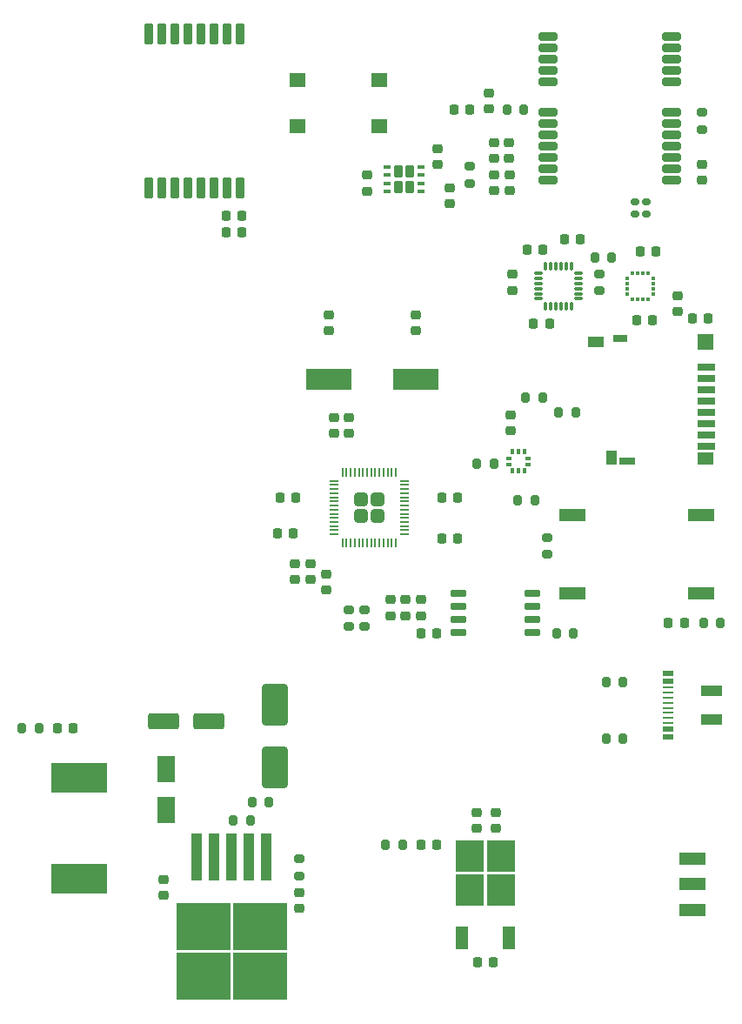
<source format=gbr>
%TF.GenerationSoftware,KiCad,Pcbnew,(6.0.7)*%
%TF.CreationDate,2023-04-27T13:47:55+08:00*%
%TF.ProjectId,Engineering 2023 UAV flight controller,456e6769-6e65-4657-9269-6e6720323032,1*%
%TF.SameCoordinates,Original*%
%TF.FileFunction,Paste,Top*%
%TF.FilePolarity,Positive*%
%FSLAX46Y46*%
G04 Gerber Fmt 4.6, Leading zero omitted, Abs format (unit mm)*
G04 Created by KiCad (PCBNEW (6.0.7)) date 2023-04-27 13:47:55*
%MOMM*%
%LPD*%
G01*
G04 APERTURE LIST*
G04 Aperture macros list*
%AMRoundRect*
0 Rectangle with rounded corners*
0 $1 Rounding radius*
0 $2 $3 $4 $5 $6 $7 $8 $9 X,Y pos of 4 corners*
0 Add a 4 corners polygon primitive as box body*
4,1,4,$2,$3,$4,$5,$6,$7,$8,$9,$2,$3,0*
0 Add four circle primitives for the rounded corners*
1,1,$1+$1,$2,$3*
1,1,$1+$1,$4,$5*
1,1,$1+$1,$6,$7*
1,1,$1+$1,$8,$9*
0 Add four rect primitives between the rounded corners*
20,1,$1+$1,$2,$3,$4,$5,0*
20,1,$1+$1,$4,$5,$6,$7,0*
20,1,$1+$1,$6,$7,$8,$9,0*
20,1,$1+$1,$8,$9,$2,$3,0*%
G04 Aperture macros list end*
%ADD10RoundRect,0.100000X-0.175000X-0.100000X0.175000X-0.100000X0.175000X0.100000X-0.175000X0.100000X0*%
%ADD11RoundRect,0.100000X-0.100000X-0.175000X0.100000X-0.175000X0.100000X0.175000X-0.100000X0.175000X0*%
%ADD12RoundRect,0.200000X-0.200000X-0.275000X0.200000X-0.275000X0.200000X0.275000X-0.200000X0.275000X0*%
%ADD13RoundRect,0.200000X0.275000X-0.200000X0.275000X0.200000X-0.275000X0.200000X-0.275000X-0.200000X0*%
%ADD14RoundRect,0.160000X0.222500X0.160000X-0.222500X0.160000X-0.222500X-0.160000X0.222500X-0.160000X0*%
%ADD15RoundRect,0.225000X-0.225000X0.775000X-0.225000X-0.775000X0.225000X-0.775000X0.225000X0.775000X0*%
%ADD16RoundRect,0.225000X-0.250000X0.225000X-0.250000X-0.225000X0.250000X-0.225000X0.250000X0.225000X0*%
%ADD17RoundRect,0.225000X0.250000X-0.225000X0.250000X0.225000X-0.250000X0.225000X-0.250000X-0.225000X0*%
%ADD18R,1.750000X0.700000*%
%ADD19R,1.000000X1.450000*%
%ADD20R,1.550000X1.000000*%
%ADD21R,1.500000X0.800000*%
%ADD22R,1.500000X1.300000*%
%ADD23R,1.400000X0.800000*%
%ADD24R,1.500000X1.500000*%
%ADD25R,5.250000X4.550000*%
%ADD26R,1.100000X4.600000*%
%ADD27RoundRect,0.225000X-0.225000X-0.250000X0.225000X-0.250000X0.225000X0.250000X-0.225000X0.250000X0*%
%ADD28RoundRect,0.218750X-0.218750X-0.256250X0.218750X-0.256250X0.218750X0.256250X-0.218750X0.256250X0*%
%ADD29RoundRect,0.225000X0.225000X0.250000X-0.225000X0.250000X-0.225000X-0.250000X0.225000X-0.250000X0*%
%ADD30R,2.750000X3.050000*%
%ADD31R,1.200000X2.200000*%
%ADD32RoundRect,0.150000X0.650000X0.150000X-0.650000X0.150000X-0.650000X-0.150000X0.650000X-0.150000X0*%
%ADD33RoundRect,0.200000X0.200000X0.275000X-0.200000X0.275000X-0.200000X-0.275000X0.200000X-0.275000X0*%
%ADD34RoundRect,0.075000X0.350000X0.075000X-0.350000X0.075000X-0.350000X-0.075000X0.350000X-0.075000X0*%
%ADD35RoundRect,0.075000X-0.075000X0.350000X-0.075000X-0.350000X0.075000X-0.350000X0.075000X0.350000X0*%
%ADD36RoundRect,0.218750X0.256250X-0.218750X0.256250X0.218750X-0.256250X0.218750X-0.256250X-0.218750X0*%
%ADD37R,1.600000X1.400000*%
%ADD38RoundRect,0.200000X0.700000X0.200000X-0.700000X0.200000X-0.700000X-0.200000X0.700000X-0.200000X0*%
%ADD39RoundRect,0.222500X-0.222500X-0.382500X0.222500X-0.382500X0.222500X0.382500X-0.222500X0.382500X0*%
%ADD40RoundRect,0.100000X-0.225000X-0.100000X0.225000X-0.100000X0.225000X0.100000X-0.225000X0.100000X0*%
%ADD41R,5.400000X2.900000*%
%ADD42R,2.500000X1.200000*%
%ADD43R,1.800000X2.500000*%
%ADD44RoundRect,0.250000X1.000000X-1.750000X1.000000X1.750000X-1.000000X1.750000X-1.000000X-1.750000X0*%
%ADD45R,2.000000X1.000000*%
%ADD46R,1.000000X0.520000*%
%ADD47R,1.000000X0.270000*%
%ADD48RoundRect,0.218750X-0.256250X0.218750X-0.256250X-0.218750X0.256250X-0.218750X0.256250X0.218750X0*%
%ADD49RoundRect,0.249999X0.395001X0.395001X-0.395001X0.395001X-0.395001X-0.395001X0.395001X-0.395001X0*%
%ADD50RoundRect,0.050000X0.387500X0.050000X-0.387500X0.050000X-0.387500X-0.050000X0.387500X-0.050000X0*%
%ADD51RoundRect,0.050000X0.050000X0.387500X-0.050000X0.387500X-0.050000X-0.387500X0.050000X-0.387500X0*%
%ADD52R,0.304800X0.457200*%
%ADD53R,0.457200X0.304800*%
%ADD54R,2.500000X1.250000*%
%ADD55R,4.500000X2.000000*%
%ADD56RoundRect,0.200000X-0.275000X0.200000X-0.275000X-0.200000X0.275000X-0.200000X0.275000X0.200000X0*%
%ADD57RoundRect,0.250000X-1.250000X-0.550000X1.250000X-0.550000X1.250000X0.550000X-1.250000X0.550000X0*%
%ADD58RoundRect,0.218750X0.218750X0.256250X-0.218750X0.256250X-0.218750X-0.256250X0.218750X-0.256250X0*%
G04 APERTURE END LIST*
D10*
%TO.C,U5*%
X165600000Y-86575000D03*
X165600000Y-87175000D03*
D11*
X165925000Y-87800000D03*
X166525000Y-87800000D03*
X167125000Y-87800000D03*
D10*
X167450000Y-87175000D03*
X167450000Y-86575000D03*
D11*
X167125000Y-85950000D03*
X166525000Y-85950000D03*
X165925000Y-85950000D03*
%TD*%
D12*
%TO.C,R3*%
X175050000Y-113850000D03*
X176700000Y-113850000D03*
%TD*%
D13*
%TO.C,R16*%
X184400000Y-54575000D03*
X184400000Y-52925000D03*
%TD*%
D14*
%TO.C,FB1*%
X178972500Y-62800000D03*
X177827500Y-62800000D03*
%TD*%
D15*
%TO.C,U8*%
X139410000Y-60300000D03*
X138140000Y-60300000D03*
X136870000Y-60300000D03*
X135600000Y-60300000D03*
X134330000Y-60300000D03*
X133060000Y-60300000D03*
X131790000Y-60300000D03*
X130520000Y-60300000D03*
X130520000Y-45300000D03*
X131790000Y-45300000D03*
X133060000Y-45300000D03*
X134330000Y-45300000D03*
X135600000Y-45300000D03*
X136870000Y-45300000D03*
X138140000Y-45300000D03*
X139410000Y-45300000D03*
%TD*%
D16*
%TO.C,C21*%
X165775000Y-82350000D03*
X165775000Y-83900000D03*
%TD*%
D17*
%TO.C,C23*%
X165600000Y-57375000D03*
X165600000Y-55825000D03*
%TD*%
D18*
%TO.C,J1*%
X184825000Y-77680000D03*
X184825000Y-78780000D03*
X184825000Y-79880000D03*
X184825000Y-80980000D03*
X184825000Y-82080000D03*
X184825000Y-83180000D03*
X184825000Y-84280000D03*
X184825000Y-85380000D03*
D19*
X175600000Y-86505000D03*
D20*
X174025000Y-75280000D03*
D21*
X177100000Y-86830000D03*
D22*
X184700000Y-86580000D03*
D23*
X176450000Y-74880000D03*
D24*
X184700000Y-75230000D03*
%TD*%
D25*
%TO.C,IC1*%
X135825000Y-132125000D03*
X135825000Y-136975000D03*
X141375000Y-132125000D03*
X141375000Y-136975000D03*
D26*
X142000000Y-125400000D03*
X140300000Y-125400000D03*
X138600000Y-125400000D03*
X136900000Y-125400000D03*
X135200000Y-125400000D03*
%TD*%
D27*
%TO.C,C17*%
X159025000Y-94350000D03*
X160575000Y-94350000D03*
%TD*%
D28*
%TO.C,D2*%
X157012500Y-124200000D03*
X158587500Y-124200000D03*
%TD*%
D17*
%TO.C,C11*%
X148550000Y-84125000D03*
X148550000Y-82575000D03*
%TD*%
D29*
%TO.C,C31*%
X139575000Y-64600000D03*
X138025000Y-64600000D03*
%TD*%
D16*
%TO.C,C28*%
X165650000Y-58975000D03*
X165650000Y-60525000D03*
%TD*%
%TO.C,C40*%
X159800000Y-60250000D03*
X159800000Y-61800000D03*
%TD*%
D13*
%TO.C,R9*%
X150025000Y-102950000D03*
X150025000Y-101300000D03*
%TD*%
D30*
%TO.C,U2*%
X164800000Y-128600000D03*
X161750000Y-128600000D03*
X161750000Y-125250000D03*
X164800000Y-125250000D03*
D31*
X160995000Y-133225000D03*
X165555000Y-133225000D03*
%TD*%
D32*
%TO.C,U1*%
X167875000Y-103530000D03*
X167875000Y-102260000D03*
X167875000Y-100990000D03*
X167875000Y-99720000D03*
X160675000Y-99720000D03*
X160675000Y-100990000D03*
X160675000Y-102260000D03*
X160675000Y-103530000D03*
%TD*%
D33*
%TO.C,R2*%
X142225000Y-120000000D03*
X140575000Y-120000000D03*
%TD*%
D34*
%TO.C,U6*%
X172350000Y-71050000D03*
X172350000Y-70550000D03*
X172350000Y-70050000D03*
X172350000Y-69550000D03*
X172350000Y-69050000D03*
X172350000Y-68550000D03*
D35*
X171650000Y-67850000D03*
X171150000Y-67850000D03*
X170650000Y-67850000D03*
X170150000Y-67850000D03*
X169650000Y-67850000D03*
X169150000Y-67850000D03*
D34*
X168450000Y-68550000D03*
X168450000Y-69050000D03*
X168450000Y-69550000D03*
X168450000Y-70050000D03*
X168450000Y-70550000D03*
X168450000Y-71050000D03*
D35*
X169150000Y-71750000D03*
X169650000Y-71750000D03*
X170150000Y-71750000D03*
X170650000Y-71750000D03*
X171150000Y-71750000D03*
X171650000Y-71750000D03*
%TD*%
D12*
%TO.C,R7*%
X184550000Y-102600000D03*
X186200000Y-102600000D03*
%TD*%
D13*
%TO.C,R21*%
X161800000Y-59825000D03*
X161800000Y-58175000D03*
%TD*%
D36*
%TO.C,L1*%
X163600000Y-52587500D03*
X163600000Y-51012500D03*
%TD*%
D17*
%TO.C,C22*%
X165950000Y-70225000D03*
X165950000Y-68675000D03*
%TD*%
D37*
%TO.C,SW3*%
X153000000Y-49750000D03*
X145000000Y-49750000D03*
X145000000Y-54250000D03*
X153000000Y-54250000D03*
%TD*%
D33*
%TO.C,R11*%
X119825000Y-112800000D03*
X118175000Y-112800000D03*
%TD*%
D27*
%TO.C,C27*%
X167975000Y-73450000D03*
X169525000Y-73450000D03*
%TD*%
D12*
%TO.C,R5*%
X170200000Y-103625000D03*
X171850000Y-103625000D03*
%TD*%
D29*
%TO.C,C7*%
X158550000Y-103625000D03*
X157000000Y-103625000D03*
%TD*%
D16*
%TO.C,C9*%
X148025000Y-72600000D03*
X148025000Y-74150000D03*
%TD*%
D33*
%TO.C,R19*%
X168100000Y-90625000D03*
X166450000Y-90625000D03*
%TD*%
D14*
%TO.C,FB2*%
X178972500Y-61600000D03*
X177827500Y-61600000D03*
%TD*%
D38*
%TO.C,U9*%
X181400000Y-59500000D03*
X181400000Y-58400000D03*
X181400000Y-57300000D03*
X181400000Y-56200000D03*
X181400000Y-55100000D03*
X181400000Y-54000000D03*
X181400000Y-52900000D03*
X181400000Y-49900000D03*
X181400000Y-48800000D03*
X181400000Y-47700000D03*
X181400000Y-46600000D03*
X181400000Y-45500000D03*
X169400000Y-45500000D03*
X169400000Y-46600000D03*
X169400000Y-47700000D03*
X169400000Y-48800000D03*
X169400000Y-49900000D03*
X169400000Y-52900000D03*
X169400000Y-54000000D03*
X169400000Y-55100000D03*
X169400000Y-56200000D03*
X169400000Y-57300000D03*
X169400000Y-58400000D03*
X169400000Y-59500000D03*
%TD*%
D17*
%TO.C,C39*%
X151800000Y-60575000D03*
X151800000Y-59025000D03*
%TD*%
%TO.C,C19*%
X150025000Y-84125000D03*
X150025000Y-82575000D03*
%TD*%
D27*
%TO.C,C25*%
X167375000Y-66250000D03*
X168925000Y-66250000D03*
%TD*%
D39*
%TO.C,U3*%
X155950000Y-58650000D03*
X155950000Y-60150000D03*
X154850000Y-58650000D03*
X154850000Y-60150000D03*
D40*
X153750000Y-58200000D03*
X153750000Y-59000000D03*
X153750000Y-59800000D03*
X153750000Y-60600000D03*
X157050000Y-60600000D03*
X157050000Y-59800000D03*
X157050000Y-59000000D03*
X157050000Y-58200000D03*
%TD*%
D41*
%TO.C,L2*%
X123800000Y-127525000D03*
X123800000Y-117625000D03*
%TD*%
D16*
%TO.C,C37*%
X154050000Y-100325000D03*
X154050000Y-101875000D03*
%TD*%
%TO.C,C5*%
X145200000Y-128800000D03*
X145200000Y-130350000D03*
%TD*%
D29*
%TO.C,C36*%
X179925000Y-66450000D03*
X178375000Y-66450000D03*
%TD*%
D42*
%TO.C,SW2*%
X184275000Y-92065000D03*
X171775000Y-92065000D03*
X184275000Y-99685000D03*
X171775000Y-99685000D03*
%TD*%
D13*
%TO.C,R6*%
X169300000Y-95925000D03*
X169300000Y-94275000D03*
%TD*%
D33*
%TO.C,R20*%
X140425000Y-121800000D03*
X138775000Y-121800000D03*
%TD*%
D17*
%TO.C,C4*%
X164275000Y-122600000D03*
X164275000Y-121050000D03*
%TD*%
D33*
%TO.C,R13*%
X168875000Y-80700000D03*
X167225000Y-80700000D03*
%TD*%
D28*
%TO.C,D3*%
X121612500Y-112800000D03*
X123187500Y-112800000D03*
%TD*%
D16*
%TO.C,C8*%
X156550000Y-72600000D03*
X156550000Y-74150000D03*
%TD*%
D43*
%TO.C,D5*%
X132200000Y-116775000D03*
X132200000Y-120775000D03*
%TD*%
D29*
%TO.C,C1*%
X164050000Y-135625000D03*
X162500000Y-135625000D03*
%TD*%
D16*
%TO.C,C26*%
X164150000Y-58975000D03*
X164150000Y-60525000D03*
%TD*%
D44*
%TO.C,C6*%
X142800000Y-116650000D03*
X142800000Y-110550000D03*
%TD*%
D17*
%TO.C,C3*%
X162475000Y-122600000D03*
X162475000Y-121050000D03*
%TD*%
D16*
%TO.C,C20*%
X144775000Y-96825000D03*
X144775000Y-98375000D03*
%TD*%
%TO.C,C10*%
X157025000Y-100325000D03*
X157025000Y-101875000D03*
%TD*%
D12*
%TO.C,R12*%
X170425000Y-82100000D03*
X172075000Y-82100000D03*
%TD*%
D29*
%TO.C,C16*%
X144825000Y-90375000D03*
X143275000Y-90375000D03*
%TD*%
D16*
%TO.C,C13*%
X155525000Y-100325000D03*
X155525000Y-101875000D03*
%TD*%
D29*
%TO.C,C35*%
X161775000Y-52600000D03*
X160225000Y-52600000D03*
%TD*%
D27*
%TO.C,C24*%
X170975000Y-65250000D03*
X172525000Y-65250000D03*
%TD*%
D29*
%TO.C,C30*%
X139575000Y-63000000D03*
X138025000Y-63000000D03*
%TD*%
%TO.C,C15*%
X144575000Y-93850000D03*
X143025000Y-93850000D03*
%TD*%
D16*
%TO.C,C12*%
X147775000Y-97825000D03*
X147775000Y-99375000D03*
%TD*%
D33*
%TO.C,R17*%
X167025000Y-52600000D03*
X165375000Y-52600000D03*
%TD*%
D13*
%TO.C,R8*%
X151525000Y-102950000D03*
X151525000Y-101300000D03*
%TD*%
D45*
%TO.C,J3*%
X185275000Y-112000000D03*
X185275000Y-109200000D03*
D46*
X181075000Y-113700000D03*
X181075000Y-112950000D03*
D47*
X181075000Y-112350000D03*
X181075000Y-110850000D03*
X181075000Y-109850000D03*
X181075000Y-108850000D03*
D46*
X181075000Y-108250000D03*
X181075000Y-107500000D03*
X181075000Y-107500000D03*
X181075000Y-108250000D03*
D47*
X181075000Y-109350000D03*
X181075000Y-110350000D03*
X181075000Y-111350000D03*
X181075000Y-111850000D03*
D46*
X181075000Y-112950000D03*
X181075000Y-113700000D03*
%TD*%
D48*
%TO.C,D4*%
X184400000Y-57962500D03*
X184400000Y-59537500D03*
%TD*%
D17*
%TO.C,C41*%
X158600000Y-57975000D03*
X158600000Y-56425000D03*
%TD*%
D29*
%TO.C,C33*%
X179575000Y-73124999D03*
X178025000Y-73124999D03*
%TD*%
D49*
%TO.C,U4*%
X151180000Y-92170000D03*
X152780000Y-90570000D03*
X151180000Y-90570000D03*
X152780000Y-92170000D03*
D50*
X155417500Y-93970000D03*
X155417500Y-93570000D03*
X155417500Y-93170000D03*
X155417500Y-92770000D03*
X155417500Y-92370000D03*
X155417500Y-91970000D03*
X155417500Y-91570000D03*
X155417500Y-91170000D03*
X155417500Y-90770000D03*
X155417500Y-90370000D03*
X155417500Y-89970000D03*
X155417500Y-89570000D03*
X155417500Y-89170000D03*
X155417500Y-88770000D03*
D51*
X154580000Y-87932500D03*
X154180000Y-87932500D03*
X153780000Y-87932500D03*
X153380000Y-87932500D03*
X152980000Y-87932500D03*
X152580000Y-87932500D03*
X152180000Y-87932500D03*
X151780000Y-87932500D03*
X151380000Y-87932500D03*
X150980000Y-87932500D03*
X150580000Y-87932500D03*
X150180000Y-87932500D03*
X149780000Y-87932500D03*
X149380000Y-87932500D03*
D50*
X148542500Y-88770000D03*
X148542500Y-89170000D03*
X148542500Y-89570000D03*
X148542500Y-89970000D03*
X148542500Y-90370000D03*
X148542500Y-90770000D03*
X148542500Y-91170000D03*
X148542500Y-91570000D03*
X148542500Y-91970000D03*
X148542500Y-92370000D03*
X148542500Y-92770000D03*
X148542500Y-93170000D03*
X148542500Y-93570000D03*
X148542500Y-93970000D03*
D51*
X149380000Y-94807500D03*
X149780000Y-94807500D03*
X150180000Y-94807500D03*
X150580000Y-94807500D03*
X150980000Y-94807500D03*
X151380000Y-94807500D03*
X151780000Y-94807500D03*
X152180000Y-94807500D03*
X152580000Y-94807500D03*
X152980000Y-94807500D03*
X153380000Y-94807500D03*
X153780000Y-94807500D03*
X154180000Y-94807500D03*
X154580000Y-94807500D03*
%TD*%
D52*
%TO.C,U7*%
X179100001Y-68575001D03*
X178600000Y-68575001D03*
X178100000Y-68575001D03*
X177599999Y-68575001D03*
D53*
X177075001Y-69099999D03*
X177075001Y-69600000D03*
X177075001Y-70100000D03*
X177075001Y-70600001D03*
D52*
X177599999Y-71124999D03*
X178100000Y-71124999D03*
X178600000Y-71124999D03*
X179100001Y-71124999D03*
D53*
X179624999Y-70600001D03*
X179624999Y-70100000D03*
X179624999Y-69600000D03*
X179624999Y-69099999D03*
%TD*%
D16*
%TO.C,C2*%
X132000000Y-127575000D03*
X132000000Y-129125000D03*
%TD*%
D17*
%TO.C,C34*%
X182000000Y-72299999D03*
X182000000Y-70749999D03*
%TD*%
D54*
%TO.C,SW1*%
X183450000Y-130500000D03*
X183450000Y-128000000D03*
X183450000Y-125500000D03*
%TD*%
D55*
%TO.C,Y1*%
X156525000Y-78875000D03*
X148025000Y-78875000D03*
%TD*%
D12*
%TO.C,R15*%
X173925000Y-67050000D03*
X175575000Y-67050000D03*
%TD*%
D17*
%TO.C,C29*%
X164150000Y-57375000D03*
X164150000Y-55825000D03*
%TD*%
D56*
%TO.C,R14*%
X174350000Y-68625000D03*
X174350000Y-70275000D03*
%TD*%
%TO.C,R1*%
X145200000Y-125550000D03*
X145200000Y-127200000D03*
%TD*%
D12*
%TO.C,R18*%
X162475000Y-87100000D03*
X164125000Y-87100000D03*
%TD*%
%TO.C,R4*%
X175050000Y-108350000D03*
X176700000Y-108350000D03*
%TD*%
D57*
%TO.C,C38*%
X132000000Y-112200000D03*
X136400000Y-112200000D03*
%TD*%
D16*
%TO.C,C14*%
X146275000Y-96825000D03*
X146275000Y-98375000D03*
%TD*%
D33*
%TO.C,R10*%
X155225000Y-124200000D03*
X153575000Y-124200000D03*
%TD*%
D29*
%TO.C,C32*%
X184975000Y-73000000D03*
X183425000Y-73000000D03*
%TD*%
D27*
%TO.C,C18*%
X159025000Y-90375000D03*
X160575000Y-90375000D03*
%TD*%
D58*
%TO.C,D1*%
X182662500Y-102600000D03*
X181087500Y-102600000D03*
%TD*%
M02*

</source>
